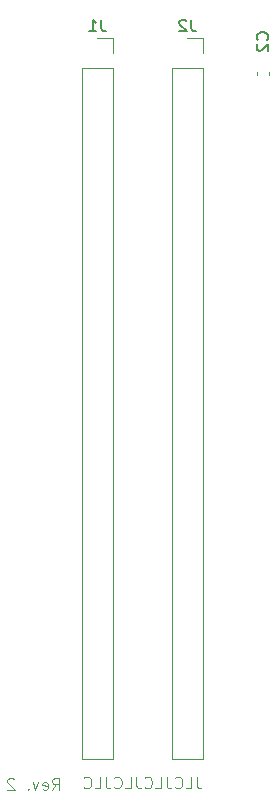
<source format=gbr>
G04 #@! TF.GenerationSoftware,KiCad,Pcbnew,8.0.4+dfsg-1*
G04 #@! TF.CreationDate,2025-01-23T14:40:47+09:00*
G04 #@! TF.ProjectId,bionic-mn1613,62696f6e-6963-42d6-9d6e-313631332e6b,2*
G04 #@! TF.SameCoordinates,Original*
G04 #@! TF.FileFunction,Legend,Bot*
G04 #@! TF.FilePolarity,Positive*
%FSLAX46Y46*%
G04 Gerber Fmt 4.6, Leading zero omitted, Abs format (unit mm)*
G04 Created by KiCad (PCBNEW 8.0.4+dfsg-1) date 2025-01-23 14:40:47*
%MOMM*%
%LPD*%
G01*
G04 APERTURE LIST*
%ADD10C,0.125000*%
%ADD11C,0.150000*%
%ADD12C,0.120000*%
G04 APERTURE END LIST*
D10*
X106077240Y-137435119D02*
X106410573Y-136958928D01*
X106648668Y-137435119D02*
X106648668Y-136435119D01*
X106648668Y-136435119D02*
X106267716Y-136435119D01*
X106267716Y-136435119D02*
X106172478Y-136482738D01*
X106172478Y-136482738D02*
X106124859Y-136530357D01*
X106124859Y-136530357D02*
X106077240Y-136625595D01*
X106077240Y-136625595D02*
X106077240Y-136768452D01*
X106077240Y-136768452D02*
X106124859Y-136863690D01*
X106124859Y-136863690D02*
X106172478Y-136911309D01*
X106172478Y-136911309D02*
X106267716Y-136958928D01*
X106267716Y-136958928D02*
X106648668Y-136958928D01*
X105267716Y-137387500D02*
X105362954Y-137435119D01*
X105362954Y-137435119D02*
X105553430Y-137435119D01*
X105553430Y-137435119D02*
X105648668Y-137387500D01*
X105648668Y-137387500D02*
X105696287Y-137292261D01*
X105696287Y-137292261D02*
X105696287Y-136911309D01*
X105696287Y-136911309D02*
X105648668Y-136816071D01*
X105648668Y-136816071D02*
X105553430Y-136768452D01*
X105553430Y-136768452D02*
X105362954Y-136768452D01*
X105362954Y-136768452D02*
X105267716Y-136816071D01*
X105267716Y-136816071D02*
X105220097Y-136911309D01*
X105220097Y-136911309D02*
X105220097Y-137006547D01*
X105220097Y-137006547D02*
X105696287Y-137101785D01*
X104886763Y-136768452D02*
X104648668Y-137435119D01*
X104648668Y-137435119D02*
X104410573Y-136768452D01*
X104029620Y-137339880D02*
X103982001Y-137387500D01*
X103982001Y-137387500D02*
X104029620Y-137435119D01*
X104029620Y-137435119D02*
X104077239Y-137387500D01*
X104077239Y-137387500D02*
X104029620Y-137339880D01*
X104029620Y-137339880D02*
X104029620Y-137435119D01*
X102839144Y-136530357D02*
X102791525Y-136482738D01*
X102791525Y-136482738D02*
X102696287Y-136435119D01*
X102696287Y-136435119D02*
X102458192Y-136435119D01*
X102458192Y-136435119D02*
X102362954Y-136482738D01*
X102362954Y-136482738D02*
X102315335Y-136530357D01*
X102315335Y-136530357D02*
X102267716Y-136625595D01*
X102267716Y-136625595D02*
X102267716Y-136720833D01*
X102267716Y-136720833D02*
X102315335Y-136863690D01*
X102315335Y-136863690D02*
X102886763Y-137435119D01*
X102886763Y-137435119D02*
X102267716Y-137435119D01*
X118319048Y-136308119D02*
X118319048Y-137022404D01*
X118319048Y-137022404D02*
X118366667Y-137165261D01*
X118366667Y-137165261D02*
X118461905Y-137260500D01*
X118461905Y-137260500D02*
X118604762Y-137308119D01*
X118604762Y-137308119D02*
X118700000Y-137308119D01*
X117366667Y-137308119D02*
X117842857Y-137308119D01*
X117842857Y-137308119D02*
X117842857Y-136308119D01*
X116461905Y-137212880D02*
X116509524Y-137260500D01*
X116509524Y-137260500D02*
X116652381Y-137308119D01*
X116652381Y-137308119D02*
X116747619Y-137308119D01*
X116747619Y-137308119D02*
X116890476Y-137260500D01*
X116890476Y-137260500D02*
X116985714Y-137165261D01*
X116985714Y-137165261D02*
X117033333Y-137070023D01*
X117033333Y-137070023D02*
X117080952Y-136879547D01*
X117080952Y-136879547D02*
X117080952Y-136736690D01*
X117080952Y-136736690D02*
X117033333Y-136546214D01*
X117033333Y-136546214D02*
X116985714Y-136450976D01*
X116985714Y-136450976D02*
X116890476Y-136355738D01*
X116890476Y-136355738D02*
X116747619Y-136308119D01*
X116747619Y-136308119D02*
X116652381Y-136308119D01*
X116652381Y-136308119D02*
X116509524Y-136355738D01*
X116509524Y-136355738D02*
X116461905Y-136403357D01*
X115747619Y-136308119D02*
X115747619Y-137022404D01*
X115747619Y-137022404D02*
X115795238Y-137165261D01*
X115795238Y-137165261D02*
X115890476Y-137260500D01*
X115890476Y-137260500D02*
X116033333Y-137308119D01*
X116033333Y-137308119D02*
X116128571Y-137308119D01*
X114795238Y-137308119D02*
X115271428Y-137308119D01*
X115271428Y-137308119D02*
X115271428Y-136308119D01*
X113890476Y-137212880D02*
X113938095Y-137260500D01*
X113938095Y-137260500D02*
X114080952Y-137308119D01*
X114080952Y-137308119D02*
X114176190Y-137308119D01*
X114176190Y-137308119D02*
X114319047Y-137260500D01*
X114319047Y-137260500D02*
X114414285Y-137165261D01*
X114414285Y-137165261D02*
X114461904Y-137070023D01*
X114461904Y-137070023D02*
X114509523Y-136879547D01*
X114509523Y-136879547D02*
X114509523Y-136736690D01*
X114509523Y-136736690D02*
X114461904Y-136546214D01*
X114461904Y-136546214D02*
X114414285Y-136450976D01*
X114414285Y-136450976D02*
X114319047Y-136355738D01*
X114319047Y-136355738D02*
X114176190Y-136308119D01*
X114176190Y-136308119D02*
X114080952Y-136308119D01*
X114080952Y-136308119D02*
X113938095Y-136355738D01*
X113938095Y-136355738D02*
X113890476Y-136403357D01*
X113176190Y-136308119D02*
X113176190Y-137022404D01*
X113176190Y-137022404D02*
X113223809Y-137165261D01*
X113223809Y-137165261D02*
X113319047Y-137260500D01*
X113319047Y-137260500D02*
X113461904Y-137308119D01*
X113461904Y-137308119D02*
X113557142Y-137308119D01*
X112223809Y-137308119D02*
X112699999Y-137308119D01*
X112699999Y-137308119D02*
X112699999Y-136308119D01*
X111319047Y-137212880D02*
X111366666Y-137260500D01*
X111366666Y-137260500D02*
X111509523Y-137308119D01*
X111509523Y-137308119D02*
X111604761Y-137308119D01*
X111604761Y-137308119D02*
X111747618Y-137260500D01*
X111747618Y-137260500D02*
X111842856Y-137165261D01*
X111842856Y-137165261D02*
X111890475Y-137070023D01*
X111890475Y-137070023D02*
X111938094Y-136879547D01*
X111938094Y-136879547D02*
X111938094Y-136736690D01*
X111938094Y-136736690D02*
X111890475Y-136546214D01*
X111890475Y-136546214D02*
X111842856Y-136450976D01*
X111842856Y-136450976D02*
X111747618Y-136355738D01*
X111747618Y-136355738D02*
X111604761Y-136308119D01*
X111604761Y-136308119D02*
X111509523Y-136308119D01*
X111509523Y-136308119D02*
X111366666Y-136355738D01*
X111366666Y-136355738D02*
X111319047Y-136403357D01*
X110604761Y-136308119D02*
X110604761Y-137022404D01*
X110604761Y-137022404D02*
X110652380Y-137165261D01*
X110652380Y-137165261D02*
X110747618Y-137260500D01*
X110747618Y-137260500D02*
X110890475Y-137308119D01*
X110890475Y-137308119D02*
X110985713Y-137308119D01*
X109652380Y-137308119D02*
X110128570Y-137308119D01*
X110128570Y-137308119D02*
X110128570Y-136308119D01*
X108747618Y-137212880D02*
X108795237Y-137260500D01*
X108795237Y-137260500D02*
X108938094Y-137308119D01*
X108938094Y-137308119D02*
X109033332Y-137308119D01*
X109033332Y-137308119D02*
X109176189Y-137260500D01*
X109176189Y-137260500D02*
X109271427Y-137165261D01*
X109271427Y-137165261D02*
X109319046Y-137070023D01*
X109319046Y-137070023D02*
X109366665Y-136879547D01*
X109366665Y-136879547D02*
X109366665Y-136736690D01*
X109366665Y-136736690D02*
X109319046Y-136546214D01*
X109319046Y-136546214D02*
X109271427Y-136450976D01*
X109271427Y-136450976D02*
X109176189Y-136355738D01*
X109176189Y-136355738D02*
X109033332Y-136308119D01*
X109033332Y-136308119D02*
X108938094Y-136308119D01*
X108938094Y-136308119D02*
X108795237Y-136355738D01*
X108795237Y-136355738D02*
X108747618Y-136403357D01*
D11*
X117843333Y-72204819D02*
X117843333Y-72919104D01*
X117843333Y-72919104D02*
X117890952Y-73061961D01*
X117890952Y-73061961D02*
X117986190Y-73157200D01*
X117986190Y-73157200D02*
X118129047Y-73204819D01*
X118129047Y-73204819D02*
X118224285Y-73204819D01*
X117414761Y-72300057D02*
X117367142Y-72252438D01*
X117367142Y-72252438D02*
X117271904Y-72204819D01*
X117271904Y-72204819D02*
X117033809Y-72204819D01*
X117033809Y-72204819D02*
X116938571Y-72252438D01*
X116938571Y-72252438D02*
X116890952Y-72300057D01*
X116890952Y-72300057D02*
X116843333Y-72395295D01*
X116843333Y-72395295D02*
X116843333Y-72490533D01*
X116843333Y-72490533D02*
X116890952Y-72633390D01*
X116890952Y-72633390D02*
X117462380Y-73204819D01*
X117462380Y-73204819D02*
X116843333Y-73204819D01*
X110223333Y-72204819D02*
X110223333Y-72919104D01*
X110223333Y-72919104D02*
X110270952Y-73061961D01*
X110270952Y-73061961D02*
X110366190Y-73157200D01*
X110366190Y-73157200D02*
X110509047Y-73204819D01*
X110509047Y-73204819D02*
X110604285Y-73204819D01*
X109223333Y-73204819D02*
X109794761Y-73204819D01*
X109509047Y-73204819D02*
X109509047Y-72204819D01*
X109509047Y-72204819D02*
X109604285Y-72347676D01*
X109604285Y-72347676D02*
X109699523Y-72442914D01*
X109699523Y-72442914D02*
X109794761Y-72490533D01*
X124270380Y-73922733D02*
X124318000Y-73875114D01*
X124318000Y-73875114D02*
X124365619Y-73732257D01*
X124365619Y-73732257D02*
X124365619Y-73637019D01*
X124365619Y-73637019D02*
X124318000Y-73494162D01*
X124318000Y-73494162D02*
X124222761Y-73398924D01*
X124222761Y-73398924D02*
X124127523Y-73351305D01*
X124127523Y-73351305D02*
X123937047Y-73303686D01*
X123937047Y-73303686D02*
X123794190Y-73303686D01*
X123794190Y-73303686D02*
X123603714Y-73351305D01*
X123603714Y-73351305D02*
X123508476Y-73398924D01*
X123508476Y-73398924D02*
X123413238Y-73494162D01*
X123413238Y-73494162D02*
X123365619Y-73637019D01*
X123365619Y-73637019D02*
X123365619Y-73732257D01*
X123365619Y-73732257D02*
X123413238Y-73875114D01*
X123413238Y-73875114D02*
X123460857Y-73922733D01*
X123460857Y-74303686D02*
X123413238Y-74351305D01*
X123413238Y-74351305D02*
X123365619Y-74446543D01*
X123365619Y-74446543D02*
X123365619Y-74684638D01*
X123365619Y-74684638D02*
X123413238Y-74779876D01*
X123413238Y-74779876D02*
X123460857Y-74827495D01*
X123460857Y-74827495D02*
X123556095Y-74875114D01*
X123556095Y-74875114D02*
X123651333Y-74875114D01*
X123651333Y-74875114D02*
X123794190Y-74827495D01*
X123794190Y-74827495D02*
X124365619Y-74256067D01*
X124365619Y-74256067D02*
X124365619Y-74875114D01*
D12*
X116180000Y-76350000D02*
X118840000Y-76350000D01*
X116180000Y-134830000D02*
X116180000Y-76350000D01*
X116180000Y-134830000D02*
X118840000Y-134830000D01*
X117510000Y-73750000D02*
X118840000Y-73750000D01*
X118840000Y-73750000D02*
X118840000Y-75080000D01*
X118840000Y-134830000D02*
X118840000Y-76350000D01*
X108560000Y-76350000D02*
X111220000Y-76350000D01*
X108560000Y-134830000D02*
X108560000Y-76350000D01*
X108560000Y-134830000D02*
X111220000Y-134830000D01*
X109890000Y-73750000D02*
X111220000Y-73750000D01*
X111220000Y-73750000D02*
X111220000Y-75080000D01*
X111220000Y-134830000D02*
X111220000Y-76350000D01*
X123400800Y-76610133D02*
X123400800Y-76902667D01*
X124420800Y-76610133D02*
X124420800Y-76902667D01*
M02*

</source>
